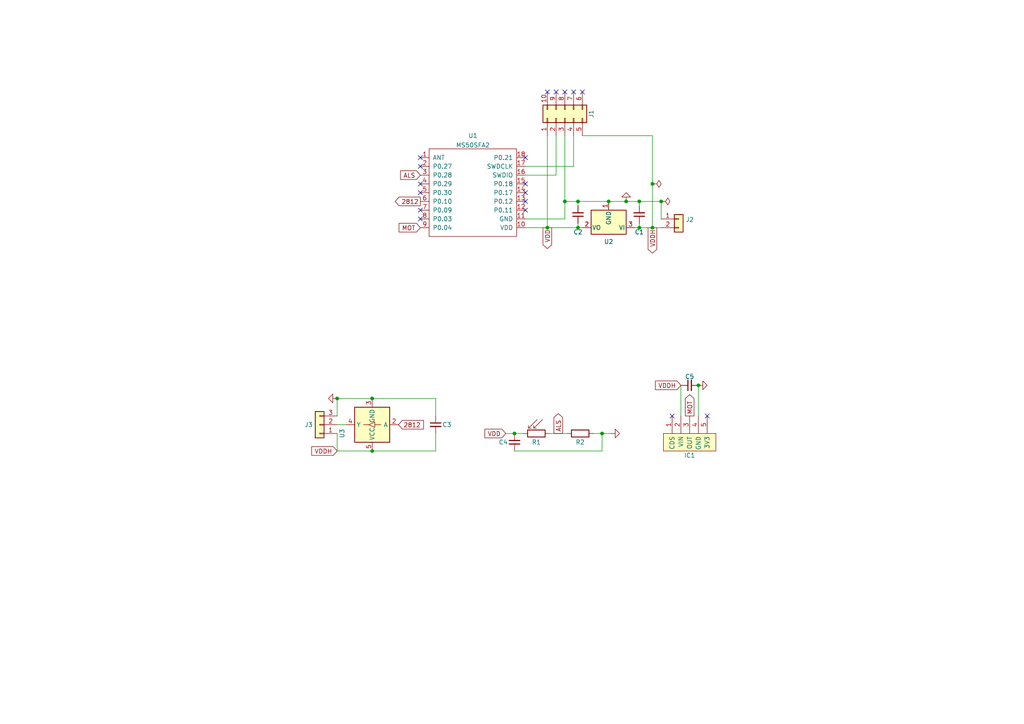
<source format=kicad_sch>
(kicad_sch (version 20211123) (generator eeschema)
  (paper "A4")
  (lib_symbols
    (symbol "Connector_Generic:Conn_01x02" (pin_names (offset 1.016) hide)
      (property "Reference" "J" (at 0 2.54 0))
      (property "Value" "Conn_01x02" (at 0 -5.08 0))
      (symbol "Conn_01x02_1_1"
        (rectangle (start -1.27 -2.413) (end 0 -2.667) (stroke (width 0.1524)))
        (rectangle (start -1.27 0.127) (end 0 -0.127) (stroke (width 0.1524)))
        (rectangle (start -1.27 1.27) (end 1.27 -3.81) (stroke (width 0.254)) (fill (type background)))
        (pin passive line (at -5.08 0 0) (length 3.81) (name "Pin_1") (number "1"))
        (pin passive line (at -5.08 -2.54 0) (length 3.81) (name "Pin_2") (number "2"))
      )
    )
    (symbol "Connector_Generic:Conn_01x03" (pin_names (offset 1.016) hide)
      (property "Reference" "J" (at 0 5.08 0))
      (property "Value" "Conn_01x03" (at 0 -5.08 0))
      (symbol "Conn_01x03_1_1"
        (rectangle (start -1.27 -2.413) (end 0 -2.667) (stroke (width 0.1524)))
        (rectangle (start -1.27 0.127) (end 0 -0.127) (stroke (width 0.1524)))
        (rectangle (start -1.27 2.667) (end 0 2.413) (stroke (width 0.1524)))
        (rectangle (start -1.27 3.81) (end 1.27 -3.81) (stroke (width 0.254)) (fill (type background)))
        (pin passive line (at -5.08 2.54 0) (length 3.81) (name "Pin_1") (number "1"))
        (pin passive line (at -5.08 0 0) (length 3.81) (name "Pin_2") (number "2"))
        (pin passive line (at -5.08 -2.54 0) (length 3.81) (name "Pin_3") (number "3"))
      )
    )
    (symbol "Connector_Generic:Conn_02x05_Counter_Clockwise" (pin_names (offset 1.016) hide)
      (property "Reference" "J" (at 1.27 7.62 0))
      (property "Value" "Conn_02x05_Counter_Clockwise" (at 1.27 -7.62 0))
      (symbol "Conn_02x05_Counter_Clockwise_1_1"
        (rectangle (start -1.27 -4.953) (end 0 -5.207) (stroke (width 0.1524)))
        (rectangle (start -1.27 -2.413) (end 0 -2.667) (stroke (width 0.1524)))
        (rectangle (start -1.27 0.127) (end 0 -0.127) (stroke (width 0.1524)))
        (rectangle (start -1.27 2.667) (end 0 2.413) (stroke (width 0.1524)))
        (rectangle (start -1.27 5.207) (end 0 4.953) (stroke (width 0.1524)))
        (rectangle (start -1.27 6.35) (end 3.81 -6.35) (stroke (width 0.254)) (fill (type background)))
        (rectangle (start 3.81 -4.953) (end 2.54 -5.207) (stroke (width 0.1524)))
        (rectangle (start 3.81 -2.413) (end 2.54 -2.667) (stroke (width 0.1524)))
        (rectangle (start 3.81 0.127) (end 2.54 -0.127) (stroke (width 0.1524)))
        (rectangle (start 3.81 2.667) (end 2.54 2.413) (stroke (width 0.1524)))
        (rectangle (start 3.81 5.207) (end 2.54 4.953) (stroke (width 0.1524)))
        (pin passive line (at -5.08 5.08 0) (length 3.81) (name "Pin_1") (number "1"))
        (pin passive line (at 7.62 5.08 180) (length 3.81) (name "Pin_10") (number "10"))
        (pin passive line (at -5.08 2.54 0) (length 3.81) (name "Pin_2") (number "2"))
        (pin passive line (at -5.08 0 0) (length 3.81) (name "Pin_3") (number "3"))
        (pin passive line (at -5.08 -2.54 0) (length 3.81) (name "Pin_4") (number "4"))
        (pin passive line (at -5.08 -5.08 0) (length 3.81) (name "Pin_5") (number "5"))
        (pin passive line (at 7.62 -5.08 180) (length 3.81) (name "Pin_6") (number "6"))
        (pin passive line (at 7.62 -2.54 180) (length 3.81) (name "Pin_7") (number "7"))
        (pin passive line (at 7.62 0 180) (length 3.81) (name "Pin_8") (number "8"))
        (pin passive line (at 7.62 2.54 180) (length 3.81) (name "Pin_9") (number "9"))
      )
    )
    (symbol "Device:C_Small" (pin_numbers hide) (pin_names (offset 0.254) hide)
      (property "Reference" "C" (at 0.254 1.778 0))
      (property "Value" "C_Small" (at 0.254 -2.032 0))
      (symbol "C_Small_0_1"
        (polyline (pts (xy -1.524 -0.508) (xy 1.524 -0.508)) (stroke (width 0.3302)))
        (polyline (pts (xy -1.524 0.508) (xy 1.524 0.508)) (stroke (width 0.3048)))
      )
      (symbol "C_Small_1_1"
        (pin passive line (at 0 2.54 270) (length 2.032) (name "~") (number "1"))
        (pin passive line (at 0 -2.54 90) (length 2.032) (name "~") (number "2"))
      )
    )
    (symbol "Device:R" (pin_numbers hide) (pin_names (offset 0))
      (property "Reference" "R" (at 2.032 0 90))
      (property "Value" "R" (at 0 0 90))
      (symbol "R_0_1"
        (rectangle (start -1.016 -2.54) (end 1.016 2.54) (stroke (width 0.254)))
      )
      (symbol "R_1_1"
        (pin passive line (at 0 3.81 270) (length 1.27) (name "~") (number "1"))
        (pin passive line (at 0 -3.81 90) (length 1.27) (name "~") (number "2"))
      )
    )
    (symbol "Device:R_Photo" (pin_numbers hide) (pin_names (offset 0))
      (property "Reference" "R" (at 1.27 1.27 0))
      (property "Value" "R_Photo" (at 1.27 0 0))
      (symbol "R_Photo_0_1"
        (rectangle (start -1.016 2.54) (end 1.016 -2.54) (stroke (width 0.254)))
        (polyline (pts (xy -1.524 -2.286) (xy -4.064 0.254)))
        (polyline (pts (xy -1.524 -2.286) (xy -2.286 -2.286)))
        (polyline (pts (xy -1.524 -2.286) (xy -1.524 -1.524)))
        (polyline (pts (xy -1.524 -0.762) (xy -4.064 1.778)))
        (polyline (pts (xy -1.524 -0.762) (xy -2.286 -0.762)))
        (polyline (pts (xy -1.524 -0.762) (xy -1.524 0)))
      )
      (symbol "R_Photo_1_1"
        (pin passive line (at 0 3.81 270) (length 1.27) (name "~") (number "1"))
        (pin passive line (at 0 -3.81 90) (length 1.27) (name "~") (number "2"))
      )
    )
    (symbol "Logic_LevelTranslator:SN74LV1T34DBV"
      (property "Reference" "U" (at 5.08 6.35 0))
      (property "Value" "SN74LV1T34DBV" (at 5.08 3.81 0))
      (symbol "SN74LV1T34DBV_0_1"
        (rectangle (start -5.08 5.08) (end 5.08 -5.08) (stroke (width 0.254)) (fill (type background)))
        (polyline (pts (xy -0.762 0) (xy -2.54 0)))
        (polyline (pts (xy 1.016 0) (xy 2.54 0)))
      )
      (symbol "SN74LV1T34DBV_1_1"
        (polyline (pts (xy -0.762 -0.762) (xy -0.762 0.762) (xy 1.016 0) (xy -0.762 -0.762)))
        (pin no_connect line (at -5.08 2.54 0) (length 2.54) hide (name "NC") (number "1"))
        (pin input line (at -7.62 0 0) (length 2.54) (name "A") (number "2"))
        (pin power_in line (at 0 -7.62 90) (length 2.54) (name "GND") (number "3"))
        (pin output line (at 7.62 0 180) (length 2.54) (name "Y") (number "4"))
        (pin power_in line (at 0 7.62 270) (length 2.54) (name "VCC") (number "5"))
      )
    )
    (symbol "MS50SFA2:MS50SFA2" (pin_names (offset 1.016))
      (property "Reference" "U" (at 0 -1.27 0))
      (property "Value" "MS50SFA2" (at 0 1.27 0))
      (symbol "MS50SFA2_0_1"
        (rectangle (start -12.7 12.7) (end 12.7 -12.7))
      )
      (symbol "MS50SFA2_1_1"
        (pin bidirectional line (at -15.24 10.16 0) (length 2.54) (name "ANT") (number "1"))
        (pin power_in line (at 15.24 -10.16 180) (length 2.54) (name "VDD") (number "10"))
        (pin power_in line (at 15.24 -7.62 180) (length 2.54) (name "GND") (number "11"))
        (pin bidirectional line (at 15.24 -5.08 180) (length 2.54) (name "P0.11") (number "12"))
        (pin bidirectional line (at 15.24 -2.54 180) (length 2.54) (name "P0.12") (number "13"))
        (pin bidirectional line (at 15.24 0 180) (length 2.54) (name "P0.17") (number "14"))
        (pin bidirectional line (at 15.24 2.54 180) (length 2.54) (name "P0.18") (number "15"))
        (pin bidirectional line (at 15.24 5.08 180) (length 2.54) (name "SWDIO") (number "16"))
        (pin bidirectional line (at 15.24 7.62 180) (length 2.54) (name "SWDCLK") (number "17"))
        (pin bidirectional line (at 15.24 10.16 180) (length 2.54) (name "P0.21") (number "18"))
        (pin bidirectional line (at -15.24 7.62 0) (length 2.54) (name "P0.27") (number "2"))
        (pin bidirectional line (at -15.24 5.08 0) (length 2.54) (name "P0.28") (number "3"))
        (pin bidirectional line (at -15.24 2.54 0) (length 2.54) (name "P0.29") (number "4"))
        (pin bidirectional line (at -15.24 0 0) (length 2.54) (name "P0.30") (number "5"))
        (pin bidirectional line (at -15.24 -2.54 0) (length 2.54) (name "P0.10") (number "6"))
        (pin bidirectional line (at -15.24 -5.08 0) (length 2.54) (name "P0.09") (number "7"))
        (pin bidirectional line (at -15.24 -7.62 0) (length 2.54) (name "P0.03") (number "8"))
        (pin bidirectional line (at -15.24 -10.16 0) (length 2.54) (name "P0.04") (number "9"))
      )
    )
    (symbol "RCWL-0516:RCWL-0516" (pin_names (offset 0.762))
      (property "Reference" "IC" (at 0 11.43 0))
      (property "Value" "RCWL-0516" (at 0 8.89 0))
      (symbol "RCWL-0516_0_0"
        (pin input line (at -5.08 -7.62 90) (length 5.08) (name "CDS") (number "1"))
        (pin power_in line (at -2.54 -7.62 90) (length 5.08) (name "VIN") (number "2"))
        (pin output line (at 0 -7.62 90) (length 5.08) (name "OUT") (number "3"))
        (pin power_in line (at 2.54 -7.62 90) (length 5.08) (name "GND") (number "4"))
        (pin power_out line (at 5.08 -7.62 90) (length 5.08) (name "3V3") (number "5"))
      )
      (symbol "RCWL-0516_0_1"
        (polyline (pts (xy -7.62 -2.54) (xy -7.62 2.54) (xy 7.62 2.54) (xy 7.62 -2.54) (xy -7.62 -2.54)) (stroke (width 0.1524)) (fill (type background)))
      )
    )
    (symbol "Regulator_Linear:LM1117-3.3" (pin_names (offset 0.254))
      (property "Reference" "U" (at -3.81 3.175 0))
      (property "Value" "LM1117-3.3" (at 0 3.175 0))
      (symbol "LM1117-3.3_0_1"
        (rectangle (start -5.08 -5.08) (end 5.08 1.905) (stroke (width 0.254)) (fill (type background)))
      )
      (symbol "LM1117-3.3_1_1"
        (pin power_in line (at 0 -7.62 90) (length 2.54) (name "GND") (number "1"))
        (pin power_out line (at 7.62 0 180) (length 2.54) (name "VO") (number "2"))
        (pin power_in line (at -7.62 0 0) (length 2.54) (name "VI") (number "3"))
      )
    )
    (symbol "power:GND" (power) (pin_names (offset 0))
      (property "Value" "GND" (at 0 -3.81 0))
      (symbol "GND_0_1"
        (polyline (pts (xy 0 0) (xy 0 -1.27) (xy 1.27 -1.27) (xy 0 -2.54) (xy -1.27 -1.27) (xy 0 -1.27)))
      )
      (symbol "GND_1_1"
        (pin power_in line (at 0 0 270) (length 0) hide (name "GND") (number "1"))
      )
    )
    (symbol "power:PWR_FLAG" (power) (pin_numbers hide) (pin_names (offset 0) hide)
      (property "Value" "PWR_FLAG" (at 0 3.81 0))
      (symbol "PWR_FLAG_0_0"
        (pin power_out line (at 0 0 90) (length 0) (name "pwr") (number "1"))
      )
      (symbol "PWR_FLAG_0_1"
        (polyline (pts (xy 0 0) (xy 0 1.27) (xy -1.016 1.905) (xy 0 2.54) (xy 1.016 1.905) (xy 0 1.27)))
      )
    )
  )
  (junction (at 185.42 58.42))
  (junction (at 107.95 115.57))
  (junction (at 97.79 115.57))
  (junction (at 202.565 111.76))
  (junction (at 158.75 66.04))
  (junction (at 107.95 130.81))
  (junction (at 174.625 125.73))
  (junction (at 189.23 53.34))
  (junction (at 163.83 58.42))
  (junction (at 149.225 125.73))
  (junction (at 185.42 66.04))
  (junction (at 189.23 66.04))
  (junction (at 167.64 58.42))
  (junction (at 167.64 66.04))
  (junction (at 176.53 58.42))
  (junction (at 191.77 58.42))
  (junction (at 181.61 58.42))
  (no_connect (at 163.83 26.67))
  (no_connect (at 166.37 26.67))
  (no_connect (at 168.91 26.67))
  (no_connect (at 121.92 45.72))
  (no_connect (at 121.92 48.26))
  (no_connect (at 121.92 63.5))
  (no_connect (at 152.4 53.34))
  (no_connect (at 152.4 45.72))
  (no_connect (at 152.4 55.88))
  (no_connect (at 121.92 55.88))
  (no_connect (at 121.92 53.34))
  (no_connect (at 121.92 60.96))
  (no_connect (at 152.4 60.96))
  (no_connect (at 152.4 58.42))
  (no_connect (at 158.75 26.67))
  (no_connect (at 205.105 120.65))
  (no_connect (at 194.945 120.65))
  (no_connect (at 161.29 26.67))
  (wire (pts (xy 97.79 125.73) (xy 97.79 130.81)))
  (wire (pts (xy 146.685 125.73) (xy 149.225 125.73)))
  (wire (pts (xy 126.365 120.65) (xy 126.365 115.57)))
  (wire (pts (xy 167.64 66.04) (xy 168.91 66.04)))
  (wire (pts (xy 174.625 130.81) (xy 174.625 125.73)))
  (wire (pts (xy 161.29 50.8) (xy 152.4 50.8)))
  (wire (pts (xy 174.625 125.73) (xy 177.165 125.73)))
  (wire (pts (xy 166.37 48.26) (xy 152.4 48.26)))
  (wire (pts (xy 189.23 39.37) (xy 168.91 39.37)))
  (wire (pts (xy 202.565 111.76) (xy 202.565 120.65)))
  (wire (pts (xy 181.61 58.42) (xy 185.42 58.42)))
  (wire (pts (xy 159.385 125.73) (xy 164.465 125.73)))
  (wire (pts (xy 167.64 58.42) (xy 167.64 59.69)))
  (wire (pts (xy 107.95 130.81) (xy 126.365 130.81)))
  (wire (pts (xy 126.365 130.81) (xy 126.365 125.73)))
  (wire (pts (xy 107.95 115.57) (xy 97.79 115.57)))
  (wire (pts (xy 167.64 58.42) (xy 176.53 58.42)))
  (wire (pts (xy 158.75 66.04) (xy 167.64 66.04)))
  (wire (pts (xy 185.42 66.04) (xy 189.23 66.04)))
  (wire (pts (xy 189.23 66.04) (xy 191.77 66.04)))
  (wire (pts (xy 161.29 39.37) (xy 161.29 50.8)))
  (wire (pts (xy 97.79 123.19) (xy 100.33 123.19)))
  (wire (pts (xy 163.83 39.37) (xy 163.83 58.42)))
  (wire (pts (xy 158.75 39.37) (xy 158.75 66.04)))
  (wire (pts (xy 158.75 66.04) (xy 152.4 66.04)))
  (wire (pts (xy 189.23 66.04) (xy 189.23 53.34)))
  (wire (pts (xy 191.77 58.42) (xy 185.42 58.42)))
  (wire (pts (xy 174.625 125.73) (xy 172.085 125.73)))
  (wire (pts (xy 197.485 111.76) (xy 197.485 120.65)))
  (wire (pts (xy 191.77 63.5) (xy 191.77 58.42)))
  (wire (pts (xy 163.83 63.5) (xy 152.4 63.5)))
  (wire (pts (xy 163.83 58.42) (xy 167.64 58.42)))
  (wire (pts (xy 126.365 115.57) (xy 107.95 115.57)))
  (wire (pts (xy 189.23 53.34) (xy 189.23 39.37)))
  (wire (pts (xy 149.225 130.81) (xy 174.625 130.81)))
  (wire (pts (xy 163.83 58.42) (xy 163.83 63.5)))
  (wire (pts (xy 97.79 115.57) (xy 97.79 120.65)))
  (wire (pts (xy 176.53 58.42) (xy 181.61 58.42)))
  (wire (pts (xy 149.225 125.73) (xy 151.765 125.73)))
  (wire (pts (xy 185.42 58.42) (xy 185.42 59.69)))
  (wire (pts (xy 97.79 130.81) (xy 107.95 130.81)))
  (wire (pts (xy 184.15 66.04) (xy 185.42 66.04)))
  (wire (pts (xy 167.64 64.77) (xy 167.64 66.04)))
  (wire (pts (xy 185.42 64.77) (xy 185.42 66.04)))
  (wire (pts (xy 166.37 39.37) (xy 166.37 48.26)))
  (global_label "2812" (shape output) (at 121.92 58.42 180) (property "Intersheet References" "${INTERSHEET_REFS}" (effects hide)))
  (global_label "MOT" (shape output) (at 200.025 120.65 90) (property "Intersheet References" "${INTERSHEET_REFS}" (effects hide)))
  (global_label "VDDH" (shape input) (at 97.79 130.81 180) (property "Intersheet References" "${INTERSHEET_REFS}" (effects hide)))
  (global_label "ALS" (shape output) (at 161.925 125.73 90) (property "Intersheet References" "${INTERSHEET_REFS}" (effects hide)))
  (global_label "VDDH" (shape input) (at 197.485 111.76 180) (property "Intersheet References" "${INTERSHEET_REFS}" (effects hide)))
  (global_label "VDDH" (shape output) (at 189.23 66.04 270) (property "Intersheet References" "${INTERSHEET_REFS}" (effects hide)))
  (global_label "VDD" (shape output) (at 158.75 66.04 270) (property "Intersheet References" "${INTERSHEET_REFS}" (effects hide)))
  (global_label "ALS" (shape input) (at 121.92 50.8 180) (property "Intersheet References" "${INTERSHEET_REFS}" (effects hide)))
  (global_label "VDD" (shape input) (at 146.685 125.73 180) (property "Intersheet References" "${INTERSHEET_REFS}" (effects hide)))
  (global_label "MOT" (shape input) (at 121.92 66.04 180) (property "Intersheet References" "${INTERSHEET_REFS}" (effects hide)))
  (global_label "2812" (shape input) (at 115.57 123.19 0) (property "Intersheet References" "${INTERSHEET_REFS}" (effects hide)))
  (symbol (lib_id "Connector_Generic:Conn_01x02") (at 196.85 63.5 0) (unit 1)
    (property "Reference" "J2" (at 198.882 63.7032 0) (effects (justify left)))
    (property "Value" "Conn_01x02" (effects hide))
    (property "Footprint" "TerminalBlock_4Ucon:TerminalBlock_4Ucon_1x02_P3.50mm_Horizontal" (effects hide))
  )
  (symbol (lib_id "Connector_Generic:Conn_01x03") (at 92.71 123.19 180) (unit 1)
    (property "Reference" "J3" (at 89.535 123.19 0))
    (property "Value" "Conn_01x03" (effects hide))
    (property "Footprint" "TerminalBlock_4Ucon:TerminalBlock_4Ucon_1x03_P3.50mm_Horizontal" (effects hide))
  )
  (symbol (lib_id "Connector_Generic:Conn_02x05_Counter_Clockwise") (at 163.83 34.29 90) (unit 1)
    (property "Reference" "J1" (at 171.45 33.02 0))
    (property "Value" "Conn_02x05_Counter_Clockwise" (effects hide))
    (property "Footprint" "Connector:Tag-Connect_TC2050-IDC-NL_2x05_P1.27mm_Vertical_with_bottom_clip" (effects hide))
  )
  (symbol (lib_id "Logic_LevelTranslator:SN74LV1T34DBV") (at 107.95 123.19 180) (unit 1)
    (property "Reference" "U3" (at 99.2124 124.3584 90) (effects (justify left)))
    (property "Value" "SN74LV1T34DBV" (effects hide))
    (property "Footprint" "Package_TO_SOT_SMD:SOT-23-5_HandSoldering" (effects hide))
    (property "Datasheet" "https://www.ti.com/lit/ds/symlink/sn74lv1t34.pdf" (effects hide))
    (property "LCSC" "C100024" (effects hide))
  )
  (symbol (lib_id "power:GND") (at 97.79 115.57 270) (unit 1)
    (property "Reference" "#PWR0101" (effects hide))
    (property "Value" "GND" (effects hide))
  )
  (symbol (lib_id "Device:R_Photo") (at 155.575 125.73 270) (unit 1)
    (property "Reference" "R1" (at 155.575 128.27 90))
    (property "Value" "5626" (effects hide))
    (property "Footprint" "OptoDevice:R_LDR_5.1x4.3mm_P3.4mm_Vertical" (effects hide))
  )
  (symbol (lib_id "Device:R") (at 168.275 125.73 270) (unit 1)
    (property "Reference" "R2" (at 168.275 128.27 90))
    (property "Value" "10k" (effects hide))
    (property "Footprint" "Resistor_SMD:R_1206_3216Metric_Pad1.30x1.75mm_HandSolder" (effects hide))
    (property "LCSC" "C17902" (effects hide))
  )
  (symbol (lib_id "Device:C_Small") (at 149.225 128.27 180) (unit 1)
    (property "Reference" "C4" (at 147.32 128.27 0) (effects (justify left)))
    (property "Value" "10uF" (effects hide))
    (property "Footprint" "Capacitor_SMD:C_0805_2012Metric_Pad1.18x1.45mm_HandSolder" (effects hide))
    (property "LCSC" "C15850" (effects hide))
  )
  (symbol (lib_id "Device:C_Small") (at 126.365 123.19 0) (unit 1)
    (property "Reference" "C3" (at 128.27 123.19 0) (effects (justify left)))
    (property "Value" "10uF" (effects hide))
    (property "Footprint" "Capacitor_SMD:C_0805_2012Metric_Pad1.18x1.45mm_HandSolder" (effects hide))
    (property "LCSC" "C15850" (effects hide))
  )
  (symbol (lib_id "Device:C_Small") (at 200.025 111.76 90) (unit 1)
    (property "Reference" "C5" (at 200.025 109.22 90))
    (property "Value" "10uF" (effects hide))
    (property "Footprint" "Capacitor_SMD:C_0805_2012Metric_Pad1.18x1.45mm_HandSolder" (effects hide))
    (property "LCSC" "C15850" (effects hide))
  )
  (symbol (lib_id "power:GND") (at 177.165 125.73 90) (unit 1)
    (property "Reference" "#PWR0103" (effects hide))
    (property "Value" "GND" (effects hide))
  )
  (symbol (lib_id "power:PWR_FLAG") (at 191.77 58.42 270) (unit 1)
    (property "Reference" "#FLG0102" (effects hide))
    (property "Value" "PWR_FLAG" (effects hide))
  )
  (symbol (lib_id "Device:C_Small") (at 185.42 62.23 180) (unit 1)
    (property "Reference" "C1" (at 185.42 67.31 0))
    (property "Value" "10uF" (effects hide))
    (property "Footprint" "Capacitor_SMD:C_0805_2012Metric_Pad1.18x1.45mm_HandSolder" (effects hide))
    (property "LCSC" "C15850" (effects hide))
  )
  (symbol (lib_id "power:GND") (at 181.61 58.42 180) (unit 1)
    (property "Reference" "#PWR0105" (effects hide))
    (property "Value" "GND" (effects hide))
  )
  (symbol (lib_id "MS50SFA2:MS50SFA2") (at 137.16 55.88 0) (unit 1)
    (property "Reference" "U1" (at 137.16 39.3405 0))
    (property "Value" "MS50SFA2" (at 137.16 42.1156 0))
    (property "Footprint" "MS50SFA2:MS50SFA2" (effects hide))
    (property "Datasheet" "https://www.snapeda.com/parts/MS50SFA2-012/Minew/datasheet/" (effects hide))
  )
  (symbol (lib_id "Regulator_Linear:LM1117-3.3") (at 176.53 66.04 180) (unit 1)
    (property "Reference" "U2" (at 176.53 70.0945 0))
    (property "Value" "LM1117-3.3" (effects hide))
    (property "Footprint" "Package_TO_SOT_SMD:SOT-223-3_TabPin2" (effects hide))
    (property "Datasheet" "http://www.ti.com/lit/ds/symlink/lm1117.pdf" (effects hide))
    (property "LCSC" "C6186" (effects hide))
  )
  (symbol (lib_id "power:GND") (at 202.565 111.76 90) (unit 1)
    (property "Reference" "#PWR0104" (effects hide))
    (property "Value" "GND" (effects hide))
  )
  (symbol (lib_id "power:PWR_FLAG") (at 189.23 53.34 270) (unit 1)
    (property "Reference" "#FLG0101" (effects hide))
    (property "Value" "PWR_FLAG" (effects hide))
  )
  (symbol (lib_id "Device:C_Small") (at 167.64 62.23 180) (unit 1)
    (property "Reference" "C2" (at 167.64 67.31 0))
    (property "Value" "10uF" (effects hide))
    (property "Footprint" "Capacitor_SMD:C_0805_2012Metric_Pad1.18x1.45mm_HandSolder" (effects hide))
    (property "LCSC" "C15850" (effects hide))
  )
  (symbol (lib_id "RCWL-0516:RCWL-0516") (at 200.025 128.27 0) (mirror x) (unit 1)
    (property "Reference" "IC1" (at 200.025 132.08 0))
    (property "Value" "RCWL-0516" (effects hide))
    (property "Footprint" "RCWL-0516:RCWL-0516-3" (effects hide))
    (property "Datasheet" "http://www.icstation.com/5pcs-rcwl-0516-microwave-motion-sensor-module-radar-sensor-body-induction-module-100ma-p-13196.html" (effects hide))
  )
)
</source>
